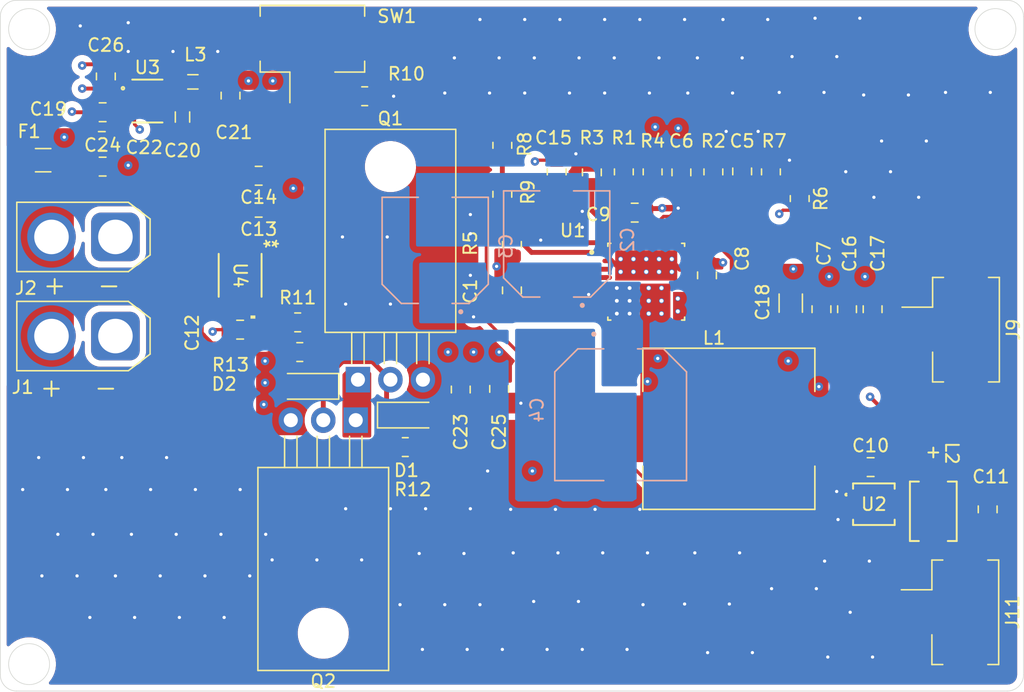
<source format=kicad_pcb>
(kicad_pcb (version 20241229) (generator "pcbnew") (generator_version "9.0")
  (layers (0 "F.Cu" signal) (4 "In1.Cu" signal) (6 "In2.Cu" signal) (2 "B.Cu" signal) (13 "F.Paste" user) (15 "B.Paste" user) (5 "F.SilkS" user "F.Silkscreen") (7 "B.SilkS" user "B.Silkscreen") (1 "F.Mask" user) (3 "B.Mask" user) (25 "Edge.Cuts" user))
  (net 0 "")
  (net 1 "/SW")
  (net 2 "GND")
  (net 3 "48V0")
  (net 4 "12V0")
  (net 5 "PVDD")
  (net 6 "3V3")
  (net 7 "Net-(U4-BST)")
  (net 8 "5V0")
  (net 9 "Net-(U3-VCC)")
  (net 10 "Net-(U3-SS)")
  (net 11 "Net-(D1-K)")
  (net 12 "48V_IN")
  (net 13 "Net-(U2-SW)")
  (net 14 "Net-(U3-LX)")
  (net 15 "Net-(Q1-D)")
  (net 16 "/PG_12V")
  (net 17 "/GATE_IN")
  (net 18 "Net-(U4-TGDN)")
  (net 23 "/BST")
  (net 24 "/FB")
  (net 25 "Net-(U1-ILIM)")
  (net 26 "PGND")
  (net 27 "48V_FUSE")
  (net 28 "Net-(U1-SS)")
  (net 29 "Net-(U1-VDD)")
  (net 30 "Net-(U1-SVIN)")
  (net 31 "Net-(U1-FREQ)")
  (footprint "Capacitor_SMD:C_0805_2012Metric" (layer "F.Cu") (at 129 38.75)
    (property "Reference" "C19")
    (property "Value" "1u")
  )
  (footprint "Connector_JST:JST_PH_B2B-PH-SM4-TB_1x02-1MP_P2.00mm_Vertical" (layer "F.Cu") (at 145.4 34.75)
    (property "Reference" "SW1")
    (property "Value" "SW_Push")
  )
  (footprint "Capacitor_SMD:C_0805_2012Metric" (layer "F.Cu") (at 129 43)
    (property "Reference" "C24")
    (property "Value" "10u")
  )
  (footprint "Capacitor_SMD:C_0805_2012Metric" (layer "F.Cu") (at 141.200001 46.21615 180)
    (property "Reference" "C13")
    (property "Value" "0.1u")
  )
  (footprint "Fuse:Fuse_1206_3216Metric" (layer "F.Cu") (at 124.35 42.5)
    (property "Reference" "F1")
    (property "Value" "Fuse")
  )
  (footprint "Capacitor_SMD:C_1206_3216Metric" (layer "F.Cu") (at 182.8 53.675 90)
    (property "Reference" "C18")
    (property "Value" "100u")
  )
  (footprint "Resistor_SMD:R_0805_2012Metric" (layer "F.Cu") (at 164.5 43.4125 -90)
    (property "Reference" "R3")
    (property "Value" "2")
  )
  (footprint "Capacitor_SMD:C_0805_2012Metric" (layer "F.Cu") (at 129.25 35.95 90)
    (property "Reference" "C26")
    (property "Value" "10u")
  )
  (footprint "Connector_JST:JST_PH_B2B-PH-SM4-TB_1x02-1MP_P2.00mm_Vertical" (layer "F.Cu") (at 194.6955 77.8461 -90)
    (property "Reference" "J11")
    (property "Value" "Conn_01x02_Pin")
  )
  (footprint "Capacitor_SMD:C_0805_2012Metric" (layer "F.Cu") (at 167.25 43.45 90)
    (property "Reference" "C15")
    (property "Value" "1u")
  )
  (footprint "Resistor_SMD:R_0805_2012Metric" (layer "F.Cu") (at 161 49.0875 90)
    (property "Reference" "R5")
    (property "Value" "1.42k")
  )
  (footprint "Resistor_SMD:R_0805_2012Metric" (layer "F.Cu") (at 181.25 43.4125 90)
    (property "Reference" "R7")
    (property "Value" "112k")
  )
  (footprint "Package_TO_SOT_THT:TO-220-3_Horizontal_TabDown" (layer "F.Cu") (at 148.79 62.825 180)
    (property "Reference" "Q2")
    (property "Value" "NMOS")
  )
  (footprint "Capacitor_SMD:C_0805_2012Metric" (layer "F.Cu") (at 189.2 54.15 90)
    (property "Reference" "C17")
    (property "Value" "22u")
  )
  (footprint "Package_TO_SOT_THT:TO-220-3_Horizontal_TabDown" (layer "F.Cu") (at 148.96 59.66)
    (property "Reference" "Q1")
    (property "Value" "NMOS")
  )
  (footprint "Resistor_SMD:R_0805_2012Metric" (layer "F.Cu") (at 152.6625 64.93)
    (property "Reference" "R12")
    (property "Value" "100k")
  )
  (footprint "Capacitor_SMD:C_0805_2012Metric" (layer "F.Cu") (at 198.1955 69.7961 90)
    (property "Reference" "C11")
    (property "Value" "10u")
  )
  (footprint "Capacitor_SMD:C_0805_2012Metric" (layer "F.Cu") (at 176.25 51.5 90)
    (property "Reference" "C8")
    (property "Value" "4.7u")
  )
  (footprint "Diode_SMD:D_SOD-123" (layer "F.Cu") (at 152.85 62.43)
    (property "Reference" "D1")
    (property "Value" "15V")
  )
  (footprint "Capacitor_SMD:C_0805_2012Metric" (layer "F.Cu") (at 189.0455 66.4961)
    (property "Reference" "C10")
    (property "Value" "10u")
  )
  (footprint "Resistor_SMD:R_0805_2012Metric" (layer "F.Cu") (at 149.4875 37.5)
    (property "Reference" "R10")
    (property "Value" "10k")
  )
  (footprint "Resistor_SMD:R_0805_2012Metric" (layer "F.Cu") (at 169.75 43.4125 -90)
    (property "Reference" "R1")
    (property "Value" "2")
  )
  (footprint "Capacitor_SMD:C_0805_2012Metric" (layer "F.Cu") (at 160 60.38 -90)
    (property "Reference" "C25")
    (property "Value" "0.1u")
  )
  (footprint "Capacitor_SMD:C_0805_2012Metric" (layer "F.Cu") (at 185.2 54.15 90)
    (property "Reference" "C7")
    (property "Value" "22u")
  )
  (footprint "LTC7001EMSE_PBF:05-08-1664_ADI" (layer "F.Cu") (at 139.75 51.5 -90)
    (property "Reference" "U4")
    (property "Value" "LTC7001EMSE-PBF")
  )
  (footprint "MAX17501FATB_T:21-0429_T1032N&plus_1_MXM" (layer "F.Cu") (at 132.4967 37.875)
    (property "Reference" "U3")
    (property "Value" "MAX17501FATB+T")
  )
  (footprint "Capacitor_SMD:C_0805_2012Metric" (layer "F.Cu") (at 161 52.675 90)
    (property "Reference" "C1")
    (property "Value" "0.1u")
  )
  (footprint "Resistor_SMD:R_0805_2012Metric" (layer "F.Cu") (at 144.4125 57.5)
    (property "Reference" "R13")
    (property "Value" "100k")
  )
  (footprint "NetTie:NetTie-2_SMD_Pad0.5mm" (layer "F.Cu") (at 173.25 46.25)
    (property "Reference" "REF**" (hide yes))
    (property "Value" "NetTie-2_SMD_Pad0.5mm" (hide yes))
  )
  (footprint "Capacitor_SMD:C_0805_2012Metric" (layer "F.Cu") (at 157 60.43 -90)
    (property "Reference" "C23")
    (property "Value" "4.7u")
  )
  (footprint "Capacitor_SMD:C_0805_2012Metric" (layer "F.Cu") (at 174.25 43.45 -90)
    (property "Reference" "C6")
    (property "Value" "4.7n")
  )
  (footprint "Inductor_SMD:L_0805_2012Metric" (layer "F.Cu") (at 135.2434 39.125001 90)
    (property "Reference" "C20")
    (property "Value" "10n")
  )
  (footprint "Capacitor_SMD:C_0805_2012Metric" (layer "F.Cu") (at 139 37.45 -90)
    (property "Reference" "C21")
    (property "Value" "10u")
  )
  (footprint "Capacitor_SMD:C_0805_2012Metric" (layer "F.Cu") (at 141.200001 43.71615 180)
    (property "Reference" "C14")
    (property "Value" "10u")
  )
  (footprint "Inductor_SMD:L_0805_2012Metric" (layer "F.Cu") (at 136.0559 36.375001)
    (property "Reference" "L3")
    (property "Value" "39u")
  )
  (footprint "Resistor_SMD:R_0805_2012Metric" (layer "F.Cu") (at 176.75 43.4125 90)
    (property "Reference" "R2")
    (property "Value" "523")
  )
  (footprint "MWSA1206S_270MT:INDM134126X600N" (layer "F.Cu") (at 177.96 63.5)
    (property "Reference" "L1")
    (property "Value" "27u")
  )
  (footprint "MIC28514T_E_PHA (2):CONV_MIC28514T-E_PHA" (layer "F.Cu") (at 171.5 52)
    (property "Reference" "U1")
    (property "Value" "MIC28514T-E_PHA")
  )
  (footprint "CC453232_120KL:IND_BOURNS_CC453232" (layer "F.Cu") (at 193.9455 69.9503 -90)
    (property "Reference" "L2")
    (property "Value" "12u")
  )
  (footprint "Diode_SMD:D_SOD-123" (layer "F.Cu") (at 145.1 60.18 180)
    (property "Reference" "D2")
    (property "Value" "15V")
  )
  (footprint "Resistor_SMD:R_0805_2012Metric" (layer "F.Cu") (at 160.25 41.3375 -90)
    (property "Reference" "R8")
    (property "Value" "72k")
  )
  (footprint "Resistor_SMD:R_0805_2012Metric" (layer "F.Cu") (at 160.25 45.1625 -90)
    (property "Reference" "R9")
    (property "Value" "27k")
  )
  (footprint "Connector_AMASS:AMASS_XT30U-M_1x02_P5.0mm_Vertical" (layer "F.Cu") (at 130 56.25 180)
    (property "Reference" "J1")
    (property "Value" "Conn_01x02_Pin")
  )
  (footprint "Resistor_SMD:R_0805_2012Metric" (layer "F.Cu") (at 183.5 45.5 -90)
    (property "Reference" "R6")
    (property "Value" "150k")
  )
  (footprint "Resistor_SMD:R_0805_2012Metric" (layer "F.Cu") (at 144.25 55.18)
    (property "Reference" "R11")
    (property "Value" "20")
  )
  (footprint "Capacitor_SMD:C_0805_2012Metric" (layer "F.Cu") (at 170.6 46.6)
    (property "Reference" "C9")
    (property "Value" "2.2")
  )
  (footprint "Capacitor_SMD:C_0805_2012Metric" (layer "F.Cu") (at 187.2 54.15 90)
    (property "Reference" "C16")
    (property "Value" "22u")
  )
  (footprint "Capacitor_SMD:C_0805_2012Metric" (layer "F.Cu") (at 128.9375 41)
    (property "Reference" "C22")
    (property "Value" "1u")
  )
  (footprint "Capacitor_SMD:C_0805_2012Metric" (layer "F.Cu") (at 139.75 55.75 180)
    (property "Reference" "C12")
    (property "Value" "0.1u")
  )
  (footprint "Capacitor_SMD:C_0805_2012Metric" (layer "F.Cu") (at 179 43.375 90)
    (property "Reference" "C5")
    (property "Value" "10n")
  )
  (footprint "Connector_AMASS:AMASS_XT30U-M_1x02_P5.0mm_Vertical" (layer "F.Cu") (at 130 48.5 180)
    (property "Reference" "J2")
    (property "Value" "Conn_01x02_Pin")
  )
  (footprint "ADP2370ACPZ_3_3_R7:CP_8_5_ADI" (layer "F.Cu") (at 189.2985 69.396099)
    (property "Reference" "U2")
    (property "Value" "ADP2370ACPZ-3.3-R7")
  )
  (footprint "Resistor_SMD:R_0805_2012Metric" (layer "F.Cu") (at 172 43.4125 -90)
    (property "Reference" "R4")
    (property "Value" "10k")
  )
  (footprint "Connector_JST:JST_PH_B2B-PH-SM4-TB_1x02-1MP_P2.00mm_Vertical" (layer "F.Cu") (at 194.75 55.75 -90)
    (property "Reference" "J9")
    (property "Value" "Conn_01x02_Pin")
  )
  (footprint "EEE_FK1J101P:CAP_EEEFK1J101P" (layer "B.Cu") (at 169.5 62.4 -90)
    (property "Reference" "C4")
    (property "Value" "100u")
  )
  (footprint "EEE_TG2A220UP:CAP_EEETG2A220UP" (layer "B.Cu") (at 155 49.55 90)
    (property "Reference" "C3")
    (property "Value" "22u")
  )
  (footprint "EEE_TG2A220UP:CAP_EEETG2A220UP" (layer "B.Cu") (at 164.5 49.05 90)
    (property "Reference" "C2")
    (property "Value" "22u")
  )
  (gr_arc (start 201 82.73) (mid 200.628026 83.628026) (end 199.73 84) (stroke (width 0.05)) (layer "Edge.Cuts"))
  (gr_line (start 201 31.27) (end 201 82.73) (stroke (width 0.05)) (layer "Edge.Cuts"))
  (gr_line (start 199.73 84) (end 122.27 84) (stroke (width 0.05)) (layer "Edge.Cuts"))
  (gr_circle (center 198.8 32.25) (end 200.4 32.25) (stroke (width 0.05)) (fill no) (layer "Edge.Cuts"))
  (gr_circle (center 123.25 81.9) (end 124.85 81.9) (stroke (width 0.05)) (fill no) (layer "Edge.Cuts"))
  (gr_arc (start 199.73 30) (mid 200.628026 30.371974) (end 201 31.27) (stroke (width 0.05)) (layer "Edge.Cuts"))
  (gr_line (start 121 82.73) (end 121 31.27) (stroke (width 0.05)) (layer "Edge.Cuts"))
  (gr_arc (start 122.27 84) (mid 121.371974 83.628026) (end 121 82.73) (stroke (width 0.05)) (layer "Edge.Cuts"))
  (gr_arc (start 121 31.27) (mid 121.371974 30.371974) (end 122.27 30) (stroke (width 0.05)) (layer "Edge.Cuts"))
  (gr_circle (center 123.25 32.25) (end 124.85 32.25) (stroke (width 0.05)) (fill no) (layer "Edge.Cuts"))
  (gr_line (start 122.27 30) (end 199.73 30) (stroke (width 0.05)) (layer "Edge.Cuts"))
  (segment (start 173.37 52.325) (end 173.2865 52.4085) (width 0.381) (layer "F.Cu") (net 1))
  (segment (start 161 51.725) (end 161.7 51.025) (width 0.381) (layer "F.Cu") (net 1))
  (segment (start 174.55 52.325) (end 173.37 52.325) (width 0.381) (layer "F.Cu") (net 1))
  (segment (start 161.7 51.025) (end 168.45 51.025) (width 0.381) (layer "F.Cu") (net 1))
  (via (at 159.8 50.8) (size 0.6604) (drill 0.254) (layers "F.Cu" "B.Cu") (net 1))
  (via (at 171.6 59.8) (size 0.6604) (drill 0.254) (layers "F.Cu" "B.Cu") (net 1))
  (via (at 172.4 58) (size 0.6604) (drill 0.254) (layers "F.Cu" "B.Cu") (net 1))
  (segment (start 134.5559 37.375001) (end 135.2434 38.062501) (width 0.254) (layer "F.Cu") (net 2))
  (segment (start 189.0681 69.165699) (end 187.154397 69.165699) (width 0.3048) (layer "F.Cu") (net 2))
  (segment (start 174 46.25) (end 173.35 46.9) (width 0.254) (layer "F.Cu") (net 2))
  (segment (start 171.825 48.275) (end 171.825 48.95) (width 0.254) (layer "F.Cu") (net 2))
  (segment (start 186.7955 70.2961) (end 186.4955 70.5961) (width 0.3048) (layer "F.Cu") (net 2))
  (segment (start 140.249999 49.28385) (end 140.249999 51.000001) (width 0.254) (layer "F.Cu") (net 2))
  (segment (start 172.85 46.9) (end 172.25 47.5) (width 0.254) (layer "F.Cu") (net 2))
  (segment (start 140.249999 51.000001) (end 139.75 51.5) (width 0.254) (layer "F.Cu") (net 2))
  (segment (start 138.749999 49.28385) (end 138.749999 50.499999) (width 0.254) (layer "F.Cu") (net 2))
  (segment (start 138.749999 50.499999) (end 139.75 51.5) (width 0.254) (layer "F.Cu") (net 2))
  (segment (start 139.75 49.28385) (end 139.75 51.5) (width 0.254) (layer "F.Cu") (net 2))
  (segment (start 133.5 37.375001) (end 134.5559 37.375001) (width 0.254) (layer "F.Cu") (net 2))
  (segment (start 172.25 47.5) (end 172.25 47.85) (width 0.254) (layer "F.Cu") (net 2))
  (segment (start 140.250001 49.283848) (end 140.249999 49.28385) (width 0.254) (layer "F.Cu") (net 2))
  (segment (start 140.250001 43.71615) (end 140.250001 49.283848) (width 0.254) (layer "F.Cu") (net 2))
  (segment (start 189.2985 69.396099) (end 188.398499 70.2961) (width 0.3048) (layer "F.Cu") (net 2))
  (segment (start 173.35 46.9) (end 172.85 46.9) (width 0.254) (layer "F.Cu") (net 2))
  (segment (start 133.5 37.375001) (end 132.996699 37.375001) (width 0.254) (layer "F.Cu") (net 2))
  (segment (start 187.154397 69.165699) (end 186.390149 68.401451) (width 0.3048) (layer "F.Cu") (net 2))
  (segment (start 132.996699 37.375001) (end 132.4967 37.875) (width 0.254) (layer "F.Cu") (net 2))
  (segment (start 189.2985 69.396099) (end 189.0681 69.165699) (width 0.3048) (layer "F.Cu") (net 2))
  (segment (start 187.1955 70.2961) (end 186.7955 70.2961) (width 0.3048) (layer "F.Cu") (net 2))
  (segment (start 188.398499 70.2961) (end 187.1955 70.2961) (width 0.3048) (layer "F.Cu") (net 2))
  (segment (start 172.25 47.85) (end 171.825 48.275) (width 0.254) (layer "F.Cu") (net 2))
  (via (at 166 42) (size 0.6604) (drill 0.254) (layers "F.Cu" "B.Cu") (net 2))
  (via (at 127.25 32) (size 0.6604) (drill 0.254) (layers "F.Cu" "B.Cu") (net 2))
  (via (at 131 31.75) (size 0.6604) (drill 0.254) (layers "F.Cu" "B.Cu") (net 2))
  (via (at 151.5 69.75) (size 0.6604) (drill 0.254) (layers "F.Cu" "B.Cu") (net 2))
  (via (at 124 65.75) (size 0.6604) (drill 0.254) (layers "F.Cu" "B.Cu") (net 2))
  (via (at 189.9 41) (size 0.6604) (drill 0.254) (layers "F.Cu" "B.Cu") (net 2))
  (via (at 140.5 75) (size 0.6604) (drill 0.254) (layers "F.Cu" "B.Cu") (net 2))
  (via (at 171.75 37.25) (size 0.6604) (drill 0.254) (layers "F.Cu" "B.Cu") (net 2))
  (via (at 174.5 77.2) (size 0.6604) (drill 0.254) (layers "F.Cu" "B.Cu") (net 2))
  (via (at 181.3 76) (size 0.6604) (drill 0.254) (layers "F.Cu" "B.Cu") (net 2))
  (via (at 168.1 73.2) (size 0.6604) (drill 0.254) (layers "F.Cu" "B.Cu") (net 2))
  (via (at 175.5 34.5) (size 0.6604) (drill 0.254) (layers "F.Cu" "B.Cu") (net 2))
  (via (at 157.25 73.25) (size 0.6604) (drill 0.254) (layers "F.Cu" "B.Cu") (net 2))
  (via (at 177.75 40.25) (size 0.6604) (drill 0.254) (layers "F.Cu" "B.Cu") (net 2))
  (via (at 128 78.25) (size 0.6604) (drill 0.254) (layers "F.Cu" "B.Cu") (net 2))
  (via (at 171 31.5) (size 0.6604) (drill 0.254) (layers "F.Cu" "B.Cu") (net 2))
  (via (at 130 75) (size 0.6604) (drill 0.254) (layers "F.Cu" "B.Cu") (net 2))
  (via (at 158.5 31.5) (size 0.6604) (drill 0.254) (layers "F.Cu" "B.Cu") (net 2))
  (via (at 188.2 31.4) (size 0.6604) (drill 0.254) (layers "F.Cu" "B.Cu") (net 2))
  (via (at 184.8 76) (size 0.6604) (drill 0.254) (layers "F.Cu" "B.Cu") (net 2))
  (via (at 187.1 43.4) (size 0.6604) (drill 0.254) (layers "F.Cu" "B.Cu") (net 2))
  (via (at 162 31.5) (size 0.6604) (drill 0.254) (layers "F.Cu" "B.Cu") (net 2))
  (via (at 189.3 45.4) (size 0.6604) (drill 0.254) (layers "F.Cu" "B.Cu") (net 2))
  (via (at 190.6 43.4) (size 0.6604) (drill 0.254) (layers "F.Cu" "B.Cu") (net 2))
  (via (at 153.75 73.25) (size 0.6604) (drill 0.254) (layers "F.Cu" "B.Cu") (net 2))
  (via (at 179.8 81) (size 0.6604) (drill 0.254) (layers "F.Cu" "B.Cu") (net 2))
  (via (at 154.25 69.75) (size 0.6604) (drill 0.254) (layers "F.Cu" "B.Cu") (net 2))
  (via (at 152.25 77.25) (size 0.6604) (drill 0.254) (layers "F.Cu" "B.Cu") (net 2))
  (via (at 125.5 71.75) (size 0.6604) (drill 0.254) (layers "F.Cu" "B.Cu") (net 2))
  (via (at 160.9 69.8) (size 0.6604) (drill 0.254) (layers "F.Cu" "B.Cu") (net 2))
  (via (at 177.5 31.5) (size 0.6604) (drill 0.254) (layers "F.Cu" "B.Cu") (net 2))
  (via (at 139.75 68.25) (size 0.6604) (drill 0.254) (layers "F.Cu" "B.Cu") (net 2))
  (via (at 126.25 68.25) (size 0.6604) (drill 0.254) (layers "F.Cu" "B.Cu") (net 2))
  (via (at 175.3 73.2) (size 0.6604) (drill 0.254) (layers "F.Cu" "B.Cu") (net 2))
  (via (at 171.6 73.2) (size 0.6604) (drill 0.254) (layers "F.Cu" "B.Cu") (net 2))
  (via (at 149.25 73.75) (size 0.6604) (drill 0.254) (layers "F.Cu" "B.Cu") (net 2))
  (via (at 124.25 75) (size 0.6604) (drill 0.254) (layers "F.Cu" "B.Cu") (net 2))
  (via (at 151.75 37.5) (size 0.6604) (drill 0.254) (layers "F.Cu" "B.Cu") (net 2))
  (via (at 185.6955 81.3461) (size 0.6604) (drill 0.254) (layers "F.Cu" "B.Cu") (net 2))
  (via (at 192.8 45.4) (size 0.6604) (drill 0.254) (layers "F.Cu" "B.Cu") (net 2))
  (via (at 133.5 75) (size 0.6604) (drill 0.254) (layers "F.Cu" "B.Cu") (net 2))
  (via (at 147.75 48.5) (size 0.6604) (drill 0.254) (layers "F.Cu" "B.Cu") (net 2))
  (via (at 174 46.25) (size 0.6604) (drill 0.254) (layers "F.Cu" "B.Cu") (net 2))
  (via (at 157.5 80.75) (size 0.6604) (drill 0.254) (layers "F.Cu" "B.Cu") (net 2))
  (via (at 137 75) (size 0.6604) (drill 0.254) (layers "F.Cu" "B.Cu") (net 2))
  (via (at 159.25 37.25) (size 0.6604) (drill 0.254) (layers "F.Cu" "B.Cu") (net 2))
  (via (at 189.1955 81.3461) (size 0.6604) (drill 0.254) (layers "F.Cu" "B.Cu") (net 2))
  (via (at 167.5 69.8) (size 0.6604) (drill 0.254) (layers "F.Cu" "B.Cu") (net 2))
  (via (at 176.3 81) (size 0.6604) (drill 0.254) (layers "F.Cu" "B.Cu") (net 2))
  (via (at 155.75 77.25) (size 0.6604) (drill 0.254) (layers "F.Cu" "B.Cu") (net 2))
  (via (at 162.7 77) (size 0.6604) (drill 0.254) (layers "F.Cu" "B.Cu") (net 2))
  (via (at 184.7 31.4) (size 0.6604) (drill 0.254) (layers "F.Cu" "B.Cu") (net 2))
  (via (at 122.75 68.25) (size 0.6604) (drill 0.254) (layers "F.Cu" "B.Cu") (net 2))
  (via (at 188.9455 73.8461) (size 0.6604) (drill 0.254) (layers "F.Cu" "B.Cu") (net 2))
  (via (at 127 75) (size 0.6604) (drill 0.254) (layers "F.Cu" "B.Cu") (net 2))
  (via (at 145.75 73.75) (size 0.6604) (drill 0.254) (layers "F.Cu" "B.Cu") (net 2))
  (via (at 186.4955 70.5961) (size 0.6604) (drill 0.254) (layers "F.Cu" "B.Cu") (net 2))
  (via (at 186.4 34.4) (size 0.6604) (drill 0.254) (layers "F.Cu" "B.Cu") (net 2))
  (via (at 157.75 69.75) (size 0.6604) (drill 0.254) (layers "F.Cu" "B.Cu") (net 2))
  (via (at 128.25 71.75) (size 0.6604) (drill 0.254) (layers "F.Cu" "B.Cu") (net 2))
  (via (at 164.75 31.5) (size 0.6604) (drill 0.254) (layers "F.Cu" "B.Cu") (net 2))
  (via (at 158.5 77.25) (size 0.6604) (drill 0.254) (layers "F.Cu" "B.Cu") (net 2))
  (via (at 132.75 68.25) (size 0.6604) (drill 0.254) (layers "F.Cu" "B.Cu") (net 2))
  (via (at 162 37.25) (size 0.6604) (drill 0.254) (layers "F.Cu" "B.Cu") (net 2))
  (via (at 171.25 77.25) (size 0.6604) (drill 0.254) (layers "F.Cu" "B.Cu") (net 2))
  (via (at 174.5 31.5) (size 0.6604) (drill 0.254) (layers "F.Cu" "B.Cu") (net 2))
  (via (at 178.25 37.25) (size 0.6604) (drill 0.254) (layers "F.Cu" "B.Cu") (net 2))
  (via (at 151.5 53.75) (size 0.6604) (drill 0.254) (layers "F.Cu" "B.Cu") (net 2))
  (via (at 164.4 69.8) (size 0.6604) (drill 0.254) (layers "F.Cu" "B.Cu") (net 2))
  (via (at 180.25 40.25) (size 0.6604) (drill 0.254) (layers "F.Cu" "B.Cu") (net 2))
  (via (at 198.4 37.2) (size 0.6604) (drill 0.254) (layers "F.Cu" "B.Cu") (net 2))
  (via (at 136.25 68.25) (size 0.6604) (drill 0.254) (layers "F.Cu" "B.Cu") (net 2))
  (via (at 138.25 71.75) (size 0.6604) (drill 0.254) (layers "F.Cu" "B.Cu") (net 2))
  (via (at 168.25 31.5) (size 0.6604) (drill 0.254) (layers "F.Cu" "B.Cu") (net 2))
  (via (at 163.75 80.75) (size 0.6604) (drill 0.254) (layers "F.Cu" "B.Cu") (net 2))
  (via (at 172.5 34.5) (size 0.6604) (drill 0.254) (layers "F.Cu" "B.Cu") (net 2))
  (via (at 127.5 65.75) (size 0.6604) (drill 0.254) (layers "F.Cu" "B.Cu") (net 2))
  (via (at 162.6 66.8) (size 0.6604) (drill 0.254) (layers "F.Cu" "B.Cu") (net 2))
  (via (at 179 34.5) (size 0.6604) (drill 0.254) (layers "F.Cu" "B.Cu") (net 2))
  (via (at 138.5 78.25) (size 0.6604) (drill 0.254) (layers "F.Cu" "B.Cu") (net 2))
  (via (at 162.75 34.5) (size 0.6604) (drill 0.254) (layers "F.Cu" "B.Cu") (net 2))
  (via (at 182.7 42.5) (size 0.6604) (drill 0.254) (layers "F.Cu" "B.Cu") (net 2))
  (via (at 178.8 73.2) (size 0.6604) (drill 0.254) (layers "F.Cu" "B.Cu") (net 2))
  (via (at 131 34) (size 0.6604) (drill 0.254) (layers "F.Cu" "B.Cu") (net 2))
  (via (at 165.5 37.25) (size 0.6604) (drill 0.254) (layers "F.Cu" "B.Cu") (net 2))
  (via (at 169 34.5) (size 0.6604) (drill 0.254) (layers "F.Cu" "B.Cu") (net 2))
  (via (at 134.5 34) (size 0.6604) (drill 0.254) (layers "F.Cu" "B.Cu") (net 2))
  (via (at 174.75 37.25) (size 0.6604) (drill 0.254) (layers "F.Cu" "B.Cu") (net 2))
  (via (at 166.5 80.75) (size 0.6604) (drill 0.254) (layers "F.Cu" "B.Cu") (net 2))
  (via (at 141.75 71.75) (size 0.6604) (drill 0.254) (layers "F.Cu" "B.Cu") (net 2))
  (via (at 161.1 73.2) (size 0.6604) (drill 0.254) (layers "F.Cu" "B.Cu") (net 2))
  (via (at 171 69.8) (size 0.6604) (drill 0.254) (layers "F.Cu" "B.Cu") (net 2))
  (via (at 155.75 37.25) (size 0.6604) (drill 0.254) (layers "F.Cu" "B.Cu") (net 2))
  (via (at 130.5 65.75) (size 0.6604) (drill 0.254) (layers "F.Cu" "B.Cu") (net 2))
  (via (at 160.25 80.75) (size 0.6604) (drill 0.254) (layers "F.Cu" "B.Cu") (net 2))
  (via (at 148 69.75) (size 0.6604) (drill 0.254) (layers "F.Cu" "B.Cu") (net 2))
  (via (at 187.4455 77.8461) (size 0.6604) (drill 0.254) (layers "F.Cu" "B.Cu") (net 2))
  (via (at 156.5 34.5) (size 0.6604) (drill 0.254) (layers "F.Cu" "B.Cu") (net 2))
  (via (at 151.25 48.5) (size 0.6604) (drill 0.254) (layers "F.Cu" "B.Cu") (net 2))
  (via (at 134 65.75) (size 0.6604) (drill 0.254) (layers "F.Cu" "B.Cu") (net 2))
  (via (at 160 34.5) (size 0.6604) (drill 0.254) (layers "F.Cu" "B.Cu") (net 2))
  (via (at 131.5 78.25) (size 0.6604) (drill 0.254) (layers "F.Cu" "B.Cu") (net 2))
  (via (at 181.9 37.2) (size 0.6604) (drill 0.254) (layers "F.Cu" "B.Cu") (net 2))
  (via (at 194.9 37.2) (size 0.6604) (drill 0.254) (layers "F.Cu" "B.Cu") (net 2))
  (via (at 188.5 37.4) (size 0.6604) (drill 0.254) (layers "F.Cu" "B.Cu") (net 2))
  (via (at 166.25 34.5) (size 0.6604) (drill 0.254) (layers "F.Cu" "B.Cu") (net 2))
  (via (at 129.25 68.25) (size 0.6604) (drill 0.254) (layers "F.Cu" "B.Cu") (net 2))
  (via (at 186.390149 68.401451) (size 0.6604) (drill 0.254) (layers "F.Cu" "B.Cu") (net 2))
  (via (at 185.4455 73.8461) (size 0.6604) (drill 0.254) (layers "F.Cu" "B.Cu") (net 2))
  (via (at 134.75 71.75) (size 0.6604) (drill 0.254) (layers "F.Cu" "B.Cu") (net 2))
  (via (at 148 53.75) (size 0.6604) (drill 0.254) (layers "F.Cu" "B.Cu") (net 2))
  (via (at 193.4 41) (size 0.6604) (drill 0.254) (layers "F.Cu" "B.Cu") (net 2))
  (via (at 170 80.75) (size 0.6604) (drill 0.254) (layers "F.Cu" "B.Cu") (net 2))
  (via (at 159.1 66.8) (size 0.6604) (drill 0.254) (layers "F.Cu" "B.Cu") (net 2))
  (via (at 142.25 73.75) (size 0.6604) (drill 0.254) (layers "F.Cu" "B.Cu") (net 2))
  (via (at 178 77.2) (size 0.6604) (drill 0.254) (layers "F.Cu" "B.Cu") (net 2))
  (via (at 131.25 71.75) (size 0.6604) (drill 0.254) (layers "F.Cu" "B.Cu") (net 2))
  (via (at 138 34) (size 0.6604) (drill 0.254) (layers "F.Cu" "B.Cu") (net 2))
  (via (at 181 31.5) (size 0.6604) (drill 0.254) (layers "F.Cu" "B.Cu") (net 2))
  (via (at 154 80.75) (size 0.6604) (drill 0.254) (layers "F.Cu" "B.Cu") (net 2))
  (via (at 182.9 34.4) (size 0.6604) (drill 0.254) (layers "F.Cu" "B.Cu") (net 2))
  (via (at 164.6 73.2) (size 0.6604) (drill 0.254) (layers "F.Cu" "B.Cu") (net 2))
  (via (at 185.4 37.2) (size 0.6604) (drill 0.254) (layers "F.Cu" "B.Cu") (net 2))
  (via (at 192 37.4) (size 0.6604) (drill 0.254) (layers "F.Cu" "B.Cu") (net 2))
  (via (at 166.2 77) (size 0.6604) (drill 0.254) (layers "F.Cu" "B.Cu") (net 2))
  (via (at 135 78.25) (size 0.6604) (drill 0.254) (layers "F.Cu" "B.Cu") (net 2))
  (via (at 168.25 37.25) (size 0.6604) (drill 0.254) (layers "F.Cu" "B.Cu") (net 2))
  (segment (start 138.8 55.75) (end 137.75 55.75) (width 0.254) (layer "F.Cu") (net 3))
  (segment (start 183.5 46.4125) (end 182.1875 46.4125) (width 0.254) (layer "F.Cu") (net 3))
  (segment (start 164.5 42.5) (end 162.9 42.5) (width 0.254) (layer "F.Cu") (net 3))
  (segment (start 137.75 55.75) (end 137.6 55.9) (width 0.254) (layer "F.Cu") (net 3))
  (segment (start 139.75 54.8) (end 138.8 55.75) (width 0.254) (layer "F.Cu") (net 3))
  (segment (start 139.75 53.71615) (end 139.75 54.8) (width 0.254) (layer "F.Cu") (net 3))
  (segment (start 182.1875 46.4125) (end 181.9 46.7) (width 0.254) (layer "F.Cu") (net 3))
  (segment (start 162.9 42.5) (end 162.8 42.6) (width 0.254) (layer "F.Cu") (net 3))
  (via (at 160 57.5) (size 0.6604) (drill 0.254) (layers "F.Cu" "B.Cu") (net 3))
  (via (at 181.9 46.7) (size 0.6604) (drill 0.254) (layers "F.Cu" "B.Cu") (net 3))
  (via (at 167 53) (size 0.6604) (drill 0.254) (layers "F.Cu" "B.Cu") (net 3))
  (via (at 158 54.75) (size 0.6604) (drill 0.254) (layers "F.Cu" "B.Cu") (net 3))
  (via (at 157.75 51.5) (size 0.6604) (drill 0.254) (layers "F.Cu" "B.Cu") (net 3))
  (via (at 162.8 42.6) (size 0.6604) (drill 0.254) (layers "F.Cu" "B.Cu") (net 3))
  (via (at 156 57.5) (size 0.6604) (drill 0.254) (layers "F.Cu" "B.Cu") (net 3))
  (via (at 158 57.5) (size 0.6604) (drill 0.254) (layers "F.Cu" "B.Cu") (net 3))
  (via (at 137.6 55.9) (size 0.6604) (drill 0.254) (layers "F.Cu" "B.Cu") (net 3))
  (segment (start 188.0955 66.4961) (end 187.9015 66.6901) (width 0.3048) (layer "F.Cu") (net 4))
  (segment (start 187.9015 66.6901) (end 187.9015 68.646098) (width 0.3048) (layer "F.Cu") (net 4))
  (via (at 185 60.2) (size 0.6604) (drill 0.254) (layers "F.Cu" "B.Cu") (net 4))
  (via (at 174 40) (size 0.6604) (drill 0.254) (layers "F.Cu" "B.Cu") (net 4))
  (via (at 182.6 58.2) (size 0.6604) (drill 0.254) (layers "F.Cu" "B.Cu") (net 4))
  (via (at 172.2 39.9) (size 0.6604) (drill 0.254) (layers "F.Cu" "B.Cu") (net 4))
  (segment (start 178.1836 51.2664) (end 177.75 51.7) (width 0.3048) (layer "F.Cu") (net 5))
  (segment (start 178.1836 50.216843) (end 178.1836 51.2664) (width 0.3048) (layer "F.Cu") (net 5))
  (segment (start 176.25 52.45) (end 177 51.7) (width 0.3048) (layer "F.Cu") (net 5))
  (segment (start 170.7091 43.4591) (end 169.75 42.5) (width 0.3048) (layer "F.Cu") (net 5))
  (segment (start 177 51.7) (end 177.75 51.7) (width 0.3048) (layer "F.Cu") (net 5))
  (segment (start 185 46.485264) (end 185 46.4) (width 0.3048) (layer "F.Cu") (net 5))
  (segment (start 185.5 44) (end 184.9591 43.4591) (width 0.3048) (layer "F.Cu") (net 5))
  (segment (start 169.75 42.35) (end 169.75 42.5) (width 0.3048) (layer "F.Cu") (net 5))
  (segment (start 184.9591 43.4591) (end 170.7091 43.4591) (width 0.3048) (layer "F.Cu") (net 5))
  (segment (start 179.785264 51.7) (end 185 46.485264) (width 0.3048) (layer "F.Cu") (net 5))
  (segment (start 177.466757 49.5) (end 178.1836 50.216843) (width 0.3048) (layer "F.Cu") (net 5))
  (segment (start 174.55 51.675) (end 175.475 51.675) (width 0.3048) (layer "F.Cu") (net 5))
  (segment (start 174.55 49.725) (end 174.775 49.5) (width 0.3048) (layer "F.Cu") (net 5))
  (segment (start 185 46.4) (end 185.5 45.9) (width 0.3048) (layer "F.Cu") (net 5))
  (segment (start 185.5 45.9) (end 185.5 44) (width 0.3048) (layer "F.Cu") (net 5))
  (segment (start 177.75 51.7) (end 179.785264 51.7) (width 0.3048) (layer "F.Cu") (net 5))
  (segment (start 175.475 51.675) (end 176.25 52.45) (width 0.3048) (layer "F.Cu") (net 5))
  (segment (start 174.775 49.5) (end 177.466757 49.5) (width 0.3048) (layer "F.Cu") (net 5))
  (segment (start 190.6955 70.71454) (end 192.23096 72.25) (width 0.3048) (layer "F.Cu") (net 6))
  (segment (start 192.23096 72.25) (end 193.5 72.25) (width 0.3048) (layer "F.Cu") (net 6))
  (segment (start 190.6955 70.1461) (end 190.6955 70.71454) (width 0.3048) (layer "F.Cu") (net 6))
  (segment (start 193.5 72.25) (end 193.9455 71.8045) (width 0.3048) (layer "F.Cu") (net 6))
  (segment (start 140.249999 53.71615) (end 140.249999 55.299999) (width 0.254) (layer "F.Cu") (net 7))
  (segment (start 140.249999 55.299999) (end 140.7 55.75) (width 0.254) (layer "F.Cu") (net 7))
  (segment (start 140.750001 49.28385) (end 142.150001 47.88385) (width 0.254) (layer "F.Cu") (net 8))
  (segment (start 131.4934 38.875001) (end 131.4934 39.6934) (width 0.254) (layer "F.Cu") (net 8))
  (segment (start 142.150001 47.88385) (end 142.150001 43.71615) (width 0.254) (layer "F.Cu") (net 8))
  (segment (start 131.4934 39.6934) (end 131.9 40.1) (width 0.254) (layer "F.Cu") (net 8))
  (via (at 142.3 36.3) (size 0.6604) (drill 0.254) (layers "F.Cu" "B.Cu") (net 8))
  (via (at 143.9 44.7) (size 0.6604) (drill 0.254) (layers "F.Cu" "B.Cu") (net 8))
  (via (at 140.4 36.3) (size 0.6604) (drill 0.254) (layers "F.Cu" "B.Cu") (net 8))
  (via (at 131.9 40.1) (size 0.6604) (drill 0.254) (layers "F.Cu" "B.Cu") (net 8))
  (segment (start 131.4934 38.374999) (end 130.437501 38.374999) (width 0.3048) (layer "F.Cu") (net 9))
  (segment (start 130.437501 38.374999) (end 130.0625 38.75) (width 0.3048) (layer "F.Cu") (net 9))
  (segment (start 133.9309 38.875001) (end 135.2434 40.187501) (width 0.254) (layer "F.Cu") (net 10))
  (segment (start 133.5 38.875001) (end 133.9309 38.875001) (width 0.254) (layer "F.Cu") (net 10))
  (segment (start 151.2 59.96) (end 151.5 59.66) (width 0.381) (layer "F.Cu") (net 11))
  (segment (start 146.75 59.25) (end 146.75 60.18) (width 0.381) (layer "F.Cu") (net 11))
  (segment (start 147.75 58.25) (end 146.75 59.25) (width 0.381) (layer "F.Cu") (net 11))
  (segment (start 150.09 58.25) (end 147.75 58.25) (width 0.381) (layer "F.Cu") (net 11))
  (segment (start 145.1625 57.3375) (end 145.325 57.5) (width 0.381) (layer "F.Cu") (net 11))
  (segment (start 146.25 62.825) (end 146.25 60.68) (width 0.381) (layer "F.Cu") (net 11))
  (segment (start 145.1625 55.18) (end 145.1625 57.3375) (width 0.381) (layer "F.Cu") (net 11))
  (segment (start 151.2 62.43) (end 151.2 59.96) (width 0.381) (layer "F.Cu") (net 11))
  (segment (start 151.5 59.66) (end 150.09 58.25) (width 0.381) (layer "F.Cu") (net 11))
  (segment (start 146.25 60.68) (end 146.75 60.18) (width 0.381) (layer "F.Cu") (net 11))
  (segment (start 145.325 58.755) (end 146.75 60.18) (width 0.381) (layer "F.Cu") (net 11))
  (segment (start 145.325 57.5) (end 145.325 58.755) (width 0.381) (layer "F.Cu") (net 11))
  (segment (start 151.2 62.43) (end 151.2 64.38) (width 0.381) (layer "F.Cu") (net 11))
  (segment (start 151.2 64.38) (end 151.75 64.93) (width 0.381) (layer "F.Cu") (net 11))
  (segment (start 193.5 67.6506) (end 193.9455 68.0961) (width 0.3048) (layer "F.Cu") (net 13))
  (segment (start 192.1411 67.74046) (end 192.23096 67.6506) (width 0.3048) (layer "F.Cu") (net 13))
  (segment (start 190.6955 69.146099) (end 191.435699 69.146099) (width 0.3048) (layer "F.Cu") (net 13))
  (segment (start 192.23096 67.6506) (end 193.5 67.6506) (width 0.3048) (layer "F.Cu") (net 13))
  (segment (start 191.435699 69.146099) (end 192.1411 68.440698) (width 0.3048) (layer "F.Cu") (net 13))
  (segment (start 192.1411 68.440698) (end 192.1411 67.74046) (width 0.3048) (layer "F.Cu") (net 13))
  (segment (start 134.493402 36.874999) (end 134.9934 36.375001) (width 0.254) (layer "F.Cu") (net 14))
  (segment (start 133.5 36.874999) (end 134.493402 36.874999) (width 0.254) (layer "F.Cu") (net 14))
  (segment (start 173.609935 69.646099) (end 187.9015 69.646099) (width 0.254) (layer "F.Cu") (net 16))
  (segment (start 159 48.638158) (end 159 55.036164) (width 0.254) (layer "F.Cu") (net 16))
  (segment (start 160.25 44.25) (end 163.3345 47.3345) (width 0.381) (layer "F.Cu") (net 16))
  (segment (start 160.303658 47.3345) (end 159 48.638158) (width 0.254) (layer "F.Cu") (net 16))
  (segment (start 163.3345 47.3345) (end 160.303658 47.3345) (width 0.254) (layer "F.Cu") (net 16))
  (segment (start 160.25 42.25) (end 160.25 44.25) (width 0.381) (layer "F.Cu") (net 16))
  (segment (start 159 55.036164) (end 173.609935 69.646099) (width 0.254) (layer "F.Cu") (net 16))
  (segment (start 163.3345 47.3345) (end 164.95 48.95) (width 0.381) (layer "F.Cu") (net 16))
  (segment (start 164.95 48.95) (end 169.225 48.95) (width 0.381) (layer "F.Cu") (net 16))
  (segment (start 139.753659 42.66315) (end 138.7 43.716809) (width 0.254) (layer "F.Cu") (net 17))
  (segment (start 138.7 47.771398) (end 139.250001 48.321399) (width 0.254) (layer "F.Cu") (net 17))
  (segment (start 148.575 37.425) (end 146.4 35.25) (width 0.254) (layer "F.Cu") (net 17))
  (segment (start 139.250001 48.321399) (end 139.250001 49.28385) (width 0.254) (layer "F.Cu") (net 17))
  (segment (start 146.4 37.009493) (end 140.746343 42.66315) (width 0.254) (layer "F.Cu") (net 17))
  (segment (start 148.575 37.5) (end 148.575 37.425) (width 0.254) (layer "F.Cu") (net 17))
  (segment (start 138.7 43.716809) (end 138.7 47.771398) (width 0.254) (layer "F.Cu") (net 17))
  (segment (start 140.746343 42.66315) (end 139.753659 42.66315) (width 0.254) (layer "F.Cu") (net 17))
  (segment (start 146.4 35.25) (end 146.4 37.009493) (width 0.254) (layer "F.Cu") (net 17))
  (segment (start 139.250001 53.71615) (end 137.78385 53.71615) (width 0.3048) (layer "F.Cu") (net 18))
  (segment (start 137.78385 53.71615) (end 136.75 54.75) (width 0.3048) (layer "F.Cu") (net 18))
  (segment (start 139.250001 53.71615) (end 138.749999 53.71615) (width 0.3048) (layer "F.Cu") (net 18))
  (segment (start 136.9164 56.1664) (end 136.9164 56.183157) (width 0.3048) (layer "F.Cu") (net 18))
  (segment (start 141.6891 56.8284) (end 143.3375 55.18) (width 0.3048) (layer "F.Cu") (net 18))
  (segment (start 137.561643 56.8284) (end 141.6891 56.8284) (width 0.3048) (layer "F.Cu") (net 18))
  (segment (start 136.9164 56.183157) (end 137.561643 56.8284) (width 0.3048) (layer "F.Cu") (net 18))
  (segment (start 136.75 56) (end 136.9164 56.1664) (width 0.3048) (layer "F.Cu") (net 18))
  (segment (start 136.75 54.75) (end 136.75 56) (width 0.3048) (layer "F.Cu") (net 18))
  (segment (start 161 53.625) (end 162.95 51.675) (width 0.381) (layer "F.Cu") (net 23))
  (segment (start 162.95 51.675) (end 168.45 51.675) (width 0.381) (layer "F.Cu") (net 23))
  (segment (start 176.675 44.4) (end 176.75 44.325) (width 0.381) (layer "F.Cu") (net 24))
  (segment (start 174.25 44.4) (end 176.675 44.4) (width 0.381) (layer "F.Cu") (net 24))
  (segment (start 172.075 44.4) (end 172 44.325) (width 0.381) (layer "F.Cu") (net 24))
  (segment (start 173.299276 47.6015) (end 172.475 48.425776) (width 0.381) (layer "F.Cu") (net 24))
  (segment (start 174.25 44.4) (end 172.075 44.4) (width 0.381) (layer "F.Cu") (net 24))
  (segment (start 176.75 44.325) (end 176.75 45.95) (width 0.381) (layer "F.Cu") (net 24))
  (segment (start 176.75 45.95) (end 175.0985 47.6015) (width 0.381) (layer "F.Cu") (net 24))
  (segment (start 175.0985 47.6015) (end 173.299276 47.6015) (width 0.381) (layer "F.Cu") (net 24))
  (segment (start 172.475 48.425776) (end 172.475 48.95) (width 0.381) (layer "F.Cu") (net 24))
  (segment (start 161 48.175) (end 162.5345 49.7095) (width 0.381) (layer "F.Cu") (net 25))
  (segment (start 162.5345 49.7095) (end 168.4345 49.7095) (width 0.381) (layer "F.Cu") (net 25))
  (segment (start 190.6955 67.1961) (end 190.6955 68.640299) (width 0.3048) (layer "F.Cu") (net 26))
  (segment (start 127.9375 38.75) (end 126.65 38.75) (width 0.3048) (layer "F.Cu") (net 26))
  (segment (start 190.4955 62.4955) (end 190.4955 65.0961) (width 0.3048) (layer "F.Cu") (net 26))
  (segment (start 174.55 51.025) (end 174.131507 51.025) (width 0.381) (layer "F.Cu") (net 26))
  (segment (start 129.25 35) (end 127.5 35) (width 0.3048) (layer "F.Cu") (net 26))
  (segment (start 176.025 51.025) (end 176.25 50.8) (width 0.381) (layer "F.Cu") (net 26))
  (segment (start 171.55 46.95) (end 171.55 46.6) (width 0.381) (layer "F.Cu") (net 26))
  (segment (start 131.119201 36.869201) (end 131.4934 36.869201) (width 0.3048) (layer "F.Cu") (net 26))
  (segment (start 171.86847 46.28153) (end 171.55 46.6) (width 0.381) (layer "F.Cu") (net 26))
  (segment (start 172.71847 46.28153) (end 171.86847 46.28153) (width 0.381) (layer "F.Cu") (net 26))
  (segment (start 190.4955 65.0961) (end 189.9955 65.5961) (width 0.3048) (layer "F.Cu") (net 26))
  (segment (start 189.9955 66.4961) (end 190.6955 67.1961) (width 0.3048) (layer "F.Cu") (net 26))
  (segment (start 189.9955 66.4961) (end 195.8455 66.4961) (width 0.3048) (layer "F.Cu") (net 26))
  (segment (start 171.175 48.95) (end 171.175 49.718492) (width 0.381) (layer "F.Cu") (net 26))
  (segment (start 171.175 49.718492) (end 171 49.893492) (width 0.381) (layer "F.Cu") (net 26))
  (segment (start 168.4585 50.2915) (end 168.724993 50.2915) (width 0.381) (layer "F.Cu") (net 26))
  (segment (start 176.25 50.8) (end 176.25 50.55) (width 0.381) (layer "F.Cu") (net 26))
  (segment (start 168.724993 50.2915) (end 169.163493 50.73) (width 0.381) (layer "F.Cu") (net 26))
  (segment (start 174.55 51.025) (end 176.025 51.025) (width 0.381) (layer "F.Cu") (net 26))
  (segment (start 127.5 35) (end 127.4 35.1) (width 0.3048) (layer "F.Cu") (net 26))
  (segment (start 171.175 47.325) (end 171.55 46.95) (width 0.381) (layer "F.Cu") (net 26))
  (segment (start 174.131507 51.025) (end 173.836507 50.73) (width 0.381) (layer "F.Cu") (net 26))
  (segment (start 189.9955 65.5961) (end 189.9955 66.4961) (width 0.3048) (layer "F.Cu") (net 26))
  (segment (start 129.25 35) (end 131.119201 36.869201) (width 0.3048) (layer "F.Cu") (net 26))
  (segment (start 171.175 48.95) (end 171.175 47.325) (width 0.381) (layer "F.Cu") (net 26))
  (segment (start 189 61) (end 190.4955 62.4955) (width 0.3048) (layer "F.Cu") (net 26))
  (segment (start 172.75 46.25) (end 172.71847 46.28153) (width 0.381) (layer "F.Cu") (net 26))
  (segment (start 177.45 50.55) (end 177.5 50.5) (width 0.381) (layer "F.Cu") (net 26))
  (segment (start 126.65 38.75) (end 126.6 38.7) (width 0.3048) (layer "F.Cu") (net 26))
  (segment (start 195.8455 66.4961) (end 198.1955 68.8461) (width 0.3048) (layer "F.Cu") (net 26))
  (via (at 166.5 46.5) (size 0.6604) (drill 0.254) (layers "F.Cu" "B.Cu") (net 26))
  (via (at 127.4 35.1) (size 0.6604) (drill 0.254) (layers "F.Cu" "B.Cu") (net 26))
  (via (at 183 51) (size 0.6604) (drill 0.254) (layers "F.Cu" "B.Cu") (net 26))
  (via (at 157.75 46.75) (size 0.6604) (drill 0.254) (layers "F.Cu" "B.Cu") (net 26))
  (via (at 172.75 46.25) (size 0.6604) (drill 0.254) (layers "F.Cu" "B.Cu") (net 26))
  (via (at 166.5 47.75) (size 0.6604) (drill 0.254) (layers "F.Cu" "B.Cu") (net 26))
  (via (at 131 42.9) (size 0.6604) (drill 0.254) (layers "F.Cu" "B.Cu") (net 26))
  (via (at 188.6 51.6) (size 0.6604) (drill 0.254) (layers "F.Cu" "B.Cu") (net 26))
  (via (at 163.25 48.75) (size 0.6604) (drill 0.254) (layers "F.Cu" "B.Cu") (net 26))
  (via (at 126.6 38.7) (size 0.6604) (drill 0.254) (layers "F.Cu" "B.Cu") (net 26))
  (via (at 161.7 61.5) (size 0.6604) (drill 0.254) (layers "F.Cu" "B.Cu") (net 26))
  (via (at 157.75 48.25) (size 0.6604) (drill 0.254) (layers "F.Cu" "B.Cu") (net 26))
  (via (at 185.8 51.6) (size 0.6604) (drill 0.254) (layers "F.Cu" "B.Cu") (net 26))
  (via (at 177.5 50.5) (size 0.6604) (drill 0.254) (layers "F.Cu" "B.Cu") (net 26))
  (via (at 189 61) (size 0.6604) (drill 0.254) (layers "F.Cu" "B.Cu") (net 26))
  (segment (start 129.25 36.9) (end 127.4 36.9) (width 0.3048) (layer "F.Cu") (net 27))
  (segment (start 129.725001 37.375001) (end 129.25 36.9) (width 0.3048) (layer "F.Cu") (net 27))
  (segment (start 131.4934 37.468401) (end 131.4934 37.869199) (width 0.3048) (layer "F.Cu") (net 27))
  (segment (start 131.4 37.375001) (end 129.725001 37.375001) (width 0.3048) (layer "F.Cu") (net 27))
  (segment (start 131.4 37.375001) (end 131.4934 37.468401) (width 0.3048) (layer "F.Cu") (net 27))
  (segment (start 131.4934 37.375001) (end 131.4 37.375001) (width 0.3048) (layer "F.Cu") (net 27))
  (via (at 127.4 36.9) (size 0.6604) (drill 0.254) (layers "F.Cu" "B.Cu") (net 27))
  (via (at 141.7 58.2) (size 0.6604) (drill 0.254) (layers "F.Cu" "B.Cu") (net 27))
  (via (at 126 40.7) (size 0.6604) (drill 0.254) (layers "F.Cu" "B.Cu") (net 27))
  (via (at 141.7 59.9) (size 0.6604) (drill 0.254) (layers "F.Cu" "B.Cu") (net 27))
  (via (at 141.6 61.6) (size 0.6604) (drill 0.254) (layers "F.Cu" "B.Cu") (net 27))
  (segment (start 173.125 48.95) (end 173.193 48.95) (width 0.381) (layer "F.Cu") (net 28))
  (segment (start 175.4165 48.1835) (end 178.096 45.504) (width 0.381) (layer "F.Cu") (net 28))
  (segment (start 178.096 45.229) (end 179 44.325) (width 0.381) (layer "F.Cu") (net 28))
  (segment (start 178.096 45.504) (end 178.096 45.229) (width 0.381) (layer "F.Cu") (net 28))
  (segment (start 173.2085 48.515348) (end 173.540348 48.1835) (width 0.381) (layer "F.Cu") (net 28))
  (segment (start 173.193 48.708928) (end 173.2085 48.693428) (width 0.381) (layer "F.Cu") (net 28))
  (segment (start 173.193 48.95) (end 173.193 48.708928) (width 0.381) (layer "F.Cu") (net 28))
  (segment (start 173.540348 48.1835) (end 175.4165 48.1835) (width 0.381) (layer "F.Cu") (net 28))
  (segment (start 173.2085 48.693428) (end 173.2085 48.515348) (width 0.381) (layer "F.Cu") (net 28))
  (segment (start 170.525 47.425) (end 170.525 48.95) (width 0.381) (layer "F.Cu") (net 29))
  (segment (start 169.75 46.5) (end 169.65 46.6) (width 0.381) (layer "F.Cu") (net 29))
  (segment (start 169.75 44.325) (end 169.75 46.5) (width 0.381) (layer "F.Cu") (net 29))
  (segment (start 169.7 46.6) (end 170.525 47.425) (width 0.381) (layer "F.Cu") (net 29))
  (segment (start 169.65 46.6) (end 169.7 46.6) (width 0.381) (layer "F.Cu") (net 29))
  (segment (start 168.986924 48.186924) (end 168.990348 48.1835) (width 0.381) (layer "F.Cu") (net 30))
  (segment (start 169.807 48.708928) (end 169.807 48.95) (width 0.381) (layer "F.Cu") (net 30))
  (segment (start 169.7915 48.693428) (end 169.807 48.708928) (width 0.381) (layer "F.Cu") (net 30))
  (segment (start 168.990348 48.1835) (end 169.459652 48.1835) (width 0.381) (layer "F.Cu") (net 30))
  (segment (start 169.459652 48.1835) (end 169.7915 48.515348) (width 0.381) (layer "F.Cu") (net 30))
  (segment (start 169.807 48.95) (end 169.875 48.95) (width 0.381) (layer "F.Cu") (net 30))
  (segment (start 167.25 46.45) (end 168.986924 48.186924) (width 0.381) (layer "F.Cu") (net 30))
  (segment (start 167.175 44.325) (end 167.25 44.4) (width 0.381) (layer "F.Cu") (net 30))
  (segment (start 167.25 44.4) (end 167.25 46.45) (width 0.381) (layer "F.Cu") (net 30))
  (segment (start 169.7915 48.515348) (end 169.7915 48.693428) (width 0.381) (layer "F.Cu") (net 30))
  (segment (start 164.5 44.325) (end 167.175 44.325) (width 0.381) (layer "F.Cu") (net 30))
  (segment (start 179.747644 45.2165) (end 180.1165 44.847644) (width 0.381) (layer "F.Cu") (net 31))
  (segment (start 180.1165 44.847644) (end 180.1165 44.3835) (width 0.381) (layer "F.Cu") (net 31))
  (segment (start 173.775 48.95) (end 173.8165 48.9085) (width 0.381) (layer "F.Cu") (net 31))
  (segment (start 173.8165 48.9085) (end 175.5915 48.9085) (width 0.381) (layer "F.Cu") (net 31))
  (segment (start 181.25 44.325) (end 183.2375 44.325) (width 0.381) (layer "F.Cu") (net 31))
  (segment (start 175.5915 48.9085) (end 179.2835 45.2165) (width 0.381) (layer "F.Cu") (net 31))
  (segment (start 179.2835 45.2165) (end 179.747644 45.2165) (width 0.381) (layer "F.Cu") (net 31))
  (segment (start 180.175 44.325) (end 181.25 44.325) (width 0.381) (layer "F.Cu") (net 31))
  (segment (start 183.2375 44.325) (end 183.5 44.5875) (width 0.381) (layer "F.Cu") (net 31))
  (segment (start 180.1165 44.3835) (end 180.175 44.325) (width 0.381) (layer "F.Cu") (net 31))
  (zone (net 4) (net_name "12V0") (layer "F.Cu") (priority 8) (connect_pads yes (clearance 0.5)) (min_thickness 0.25) (fill yes (thermal_gap 0.5) (thermal_bridge_width 0.5))
    (polygon (pts (xy 181.75 54.5) (xy 181.75 68.75) (xy 188.75 68.75) (xy 188.694736 63.5) (xy 185.75 63.474367) (xy 185.75 56.25) (xy 197.25 56.25) (xy 197.25 53.75) (xy 190.5 53.75) (xy 190.5 54.5)))
  )
  (zone (net 27) (net_name "48V_FUSE") (layer "F.Cu") (priority 10) (connect_pads yes (clearance 0.5)) (min_thickness 0.25) (fill yes (thermal_gap 0.5) (thermal_bridge_width 0.5))
    (polygon (pts (xy 125 40) (xy 125 43.75) (xy 128.75 43.75) (xy 128.75 40)))
  )
  (zone (net 27) (net_name "48V_FUSE") (layer "F.Cu") (priority 3) (connect_pads yes (clearance 0.5)) (min_thickness 0.25) (fill yes (thermal_gap 0.5) (thermal_bridge_width 0.5))
    (polygon (pts (xy 145 64) (xy 141 64) (xy 141 56.25) (xy 145 56.25)))
  )
  (zone (net 3) (net_name "48V0") (layer "F.Cu") (priority 18) (connect_pads yes (clearance 0.5)) (min_thickness 0.25) (fill yes (thermal_gap 0.5) (thermal_bridge_width 0.5))
    (polygon (pts (xy 152.812854 56.4) (xy 152.75 66.18) (xy 155.75 66.18) (xy 155.75 59.8) (xy 161 59.9) (xy 161 56.4) (xy 155.75 56.4)))
  )
  (zone (net 8) (net_name "5V0") (layer "F.Cu") (priority 20) (connect_pads yes (clearance 0.5)) (min_thickness 0.25) (fill yes (thermal_gap 0.5) (thermal_bridge_width 0.5))
    (polygon (pts (xy 141.6 42.7) (xy 141.6 47.2) (xy 144.7 47.2) (xy 144.7 42.7)))
  )
  (zone (net 3) (net_name "48V0") (layer "F.Cu") (connect_pads (clearance 0.5)) (min_thickness 0.25) (fill yes (thermal_gap 0.5) (thermal_bridge_width 0.5))
    (polygon (pts (xy 161.25 56.18) (xy 161.25 60.68) (xy 155.75 60.68) (xy 155.75 66.18) (xy 152.75 66.18) (xy 152.883333 56.18)))
  )
  (zone (net 6) (net_name "3V3") (layer "F.Cu") (priority 4) (connect_pads yes (clearance 0.5)) (min_thickness 0.25) (fill yes (thermal_gap 0.5) (thermal_bridge_width 0.5))
    (polygon (pts (xy 199.1955 70.0961) (xy 197.4455 70.0961) (xy 190.1955 70.0961) (xy 190.1955 77.5961) (xy 197.4455 77.5961) (xy 197.4455 71.8461) (xy 199.1955 71.8461)))
  )
  (zone (net 8) (net_name "5V0") (layer "F.Cu") (priority 9) (connect_pads yes (clearance 0.5)) (min_thickness 0.25) (fill yes (thermal_gap 0.5) (thermal_bridge_width 0.5))
    (polygon (pts (xy 136.0559 35.5) (xy 136.0559 37) (xy 144.75 37) (xy 144.75 35.5)))
  )
  (zone (net 4) (net_name "12V0") (layer "F.Cu") (priority 11) (connect_pads yes (clearance 0.5)) (min_thickness 0.25) (fill yes (thermal_gap 0.5) (thermal_bridge_width 0.5))
    (polygon (pts (xy 171 41.0375) (xy 171 43.5) (xy 175.5 43.45) (xy 175.5 39) (xy 159 39) (xy 159 41.0375)))
  )
  (zone (net 1) (net_name "/SW") (layer "F.Cu") (priority 30) (connect_pads yes (clearance 0.5)) (min_thickness 0.25) (fill yes (thermal_gap 0.5) (thermal_bridge_width 0.5))
    (polygon (pts (xy 161.6 49.4) (xy 159.4 49.4) (xy 159.4 52.4) (xy 161.6 52.4)))
  )
  (zone (net 26) (net_name "PGND") (layer "F.Cu") (priority 12) (connect_pads yes (clearance 0.5)) (min_thickness 0.25) (fill yes (thermal_gap 0.5) (thermal_bridge_width 0.5))
    (polygon (pts (xy 173.5 52.75) (xy 173.5 55.75) (xy 172.25 55.75) (xy 172.25 56.5) (xy 178.35 56.5) (xy 178.35 49) (xy 175.05 49) (xy 175.05 52.75)))
  )
  (zone (net 1) (net_name "/SW") (layer "F.Cu") (priority 28) (connect_pads yes (clearance 0.5)) (min_thickness 0.25) (fill yes (thermal_gap 0.5) (thermal_bridge_width 0.5))
    (polygon (pts (xy 171.12 52) (xy 171 64.5) (xy 173.5 64.5) (xy 173.5 56) (xy 173.5 52)))
  )
  (zone (net 26) (net_name "PGND") (layer "F.Cu") (priority 14) (connect_pads yes (clearance 0.5)) (min_thickness 0.25) (fill yes (thermal_gap 0.5) (thermal_bridge_width 0.5))
    (polygon (pts (xy 156.2 62.3) (xy 162.7 62.3) (xy 162.7 60.673469) (xy 156.2 60.7)))
  )
  (zone (net 1) (net_name "/SW") (layer "F.Cu") (priority 21) (connect_pads yes (clearance 0.5)) (min_thickness 0.25) (fill yes (thermal_gap 0.5) (thermal_bridge_width 0.5))
    (polygon (pts (xy 171 53.4955) (xy 171 57) (xy 172.1 57) (xy 172.1 55.75) (xy 173.4 55.75) (xy 173.4 53.5)))
  )
  (zone (net 26) (net_name "PGND") (layer "F.Cu") (priority 15) (connect_pads yes (clearance 0.5)) (min_thickness 0.25) (fill yes (thermal_gap 0.5) (thermal_bridge_width 0.5))
    (polygon (pts (xy 129.4 40) (xy 129.4 44) (xy 132.4 44) (xy 132.4 40)))
  )
  (zone (net 2) (net_name "GND") (layer "F.Cu") (connect_pads yes (clearance 0.5)) (min_thickness 0.25) (fill yes (thermal_gap 0.5) (thermal_bridge_width 0.5))
    (polygon (pts (xy 121 30) (xy 201 30) (xy 201 84) (xy 121 84)))
  )
  (zone (net 26) (net_name "PGND") (layer "F.Cu") (priority 30) (connect_pads yes (clearance 0.5)) (min_thickness 0.25) (fill yes (thermal_gap 0.5) (thermal_bridge_width 0.5))
    (polygon (pts (xy 181.4 50.6) (xy 181.4 54) (xy 190.2 54) (xy 190.2 50.6)))
  )
  (zone (net 12) (net_name "48V_IN") (layer "F.Cu") (priority 1) (connect_pads yes (clearance 0.5)) (min_thickness 0.25) (fill yes (thermal_gap 0.5) (thermal_bridge_width 0.5))
    (polygon (pts (xy 126.75 41.25) (xy 126.75 60.25) (xy 122.25 60.25) (xy 122.25 41.25)))
  )
  (zone (net 15) (net_name "Net-(Q1-D)") (layer "F.Cu") (priority 7) (connect_pads yes (clearance 0.5)) (min_thickness 0.25) (fill yes (thermal_gap 0.5) (thermal_bridge_width 0.5))
    (polygon (pts (xy 147.75 58.5) (xy 147.75 64.18) (xy 150 64.18) (xy 150 58.5)))
  )
  (zone (net 3) (net_name "48V0") (layer "B.Cu") (priority 23) (connect_pads yes (clearance 0.5)) (min_thickness 0.25) (fill yes (thermal_gap 0.5) (thermal_bridge_width 0.5))
    (polygon (pts (xy 153.75 50.5) (xy 153.75 55.25) (xy 167.5 55.25) (xy 167.5 60.25) (xy 171.25 60.25) (xy 171.25 52) (xy 168 52) (xy 168 50.5)))
  )
  (zone (net 26) (net_name "PGND") (layer "B.Cu") (priority 23) (connect_pads yes (clearance 0.5)) (min_thickness 0.25) (fill yes (thermal_gap 0.5) (thermal_bridge_width 0.5))
    (polygon (pts (xy 153.5 43.5) (xy 153.5 49.25) (xy 167 49.25) (xy 167 43.5)))
  )
  (zone (net 26) (net_name "PGND") (layer "B.Cu") (priority 24) (connect_pads yes (clearance 0.5)) (min_thickness 0.25) (fill yes (thermal_gap 0.5) (thermal_bridge_width 0.5))
    (polygon (pts (xy 170.75 60.682116) (xy 167.5 60.682116) (xy 167.5 55.682116) (xy 161.25 55.682116) (xy 161.25 69.182116) (xy 170.75 69.182116)))
  )
  (zone (net 2) (net_name "GND") (layer "B.Cu") (priority 22) (connect_pads (clearance 0.5)) (min_thickness 0.25) (fill yes (thermal_gap 0.5) (thermal_bridge_width 0.5))
    (polygon (pts (xy 121 30) (xy 201 30) (xy 201 84) (xy 121 84)))
  )
)
</source>
